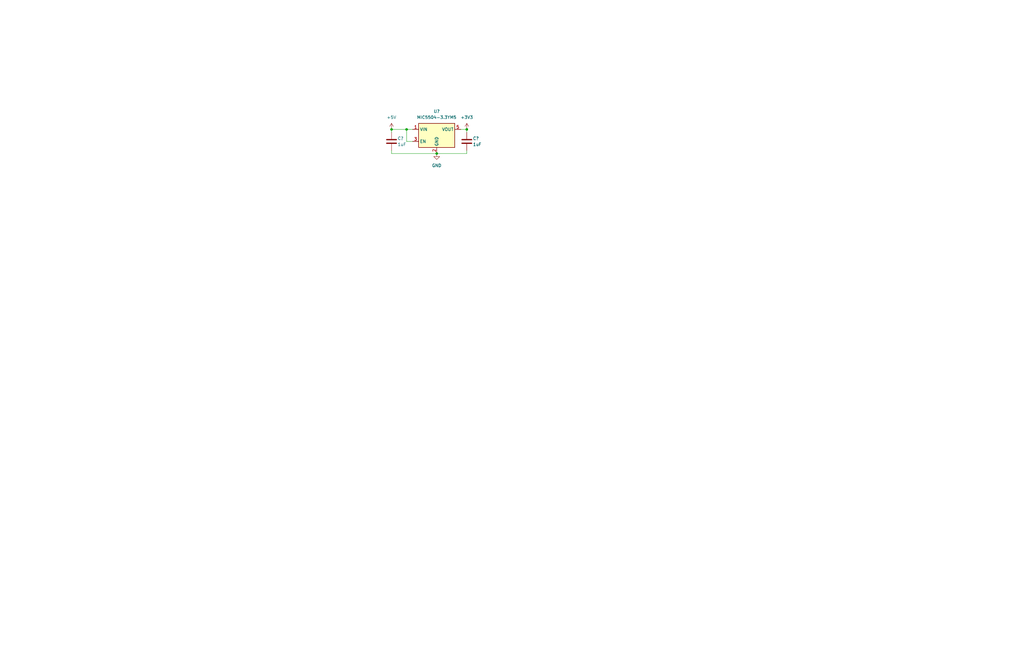
<source format=kicad_sch>
(kicad_sch (version 20250114) (generator "eeschema") (generator_version "9.0")
  (paper "B")
  (title_block (title "Linear Regulator 3.3V 300mA") (date "2025-08-23") (rev "1.0") (company "Formula Slug"))
  (lib_symbols
    (symbol "Device:C" (pin_numbers (hide yes)) (pin_names (offset 0.254))
      (property "Reference" "C" (at 0.635 2.54 0))
      (property "Value" "C" (at 0.635 -2.54 0))
      (symbol "C_0_1"
        (polyline (pts (xy -2.032 0.762) (xy 2.032 0.762)) (stroke (width 0.508)))
        (polyline (pts (xy -2.032 -0.762) (xy 2.032 -0.762)) (stroke (width 0.508)))
      )
      (symbol "C_1_1"
        (pin passive line (at 0 3.81 270) (length 2.794) (name "~") (number "1"))
        (pin passive line (at 0 -3.81 90) (length 2.794) (name "~") (number "2"))
      )
    )
    (symbol "Regulator_Linear:MIC5504-3.3YM5"
      (property "Reference" "U" (at -7.62 8.89 0))
      (property "Value" "MIC5504-3.3YM5" (at -7.62 6.35 0))
      (symbol "MIC5504-3.3YM5_0_1"
        (rectangle (start -7.62 -5.08) (end 7.62 5.08) (stroke (width 0.254)) (fill (type background)))
      )
      (symbol "MIC5504-3.3YM5_1_1"
        (pin power_in line (at -10.16 2.54 0) (length 2.54) (name "VIN") (number "1"))
        (pin input line (at -10.16 -2.54 0) (length 2.54) (name "EN") (number "3"))
        (pin power_in line (at 0 -7.62 90) (length 2.54) (name "GND") (number "2"))
        (pin no_connect line (at 7.62 -2.54 180) (length 2.54) (hide yes) (name "NC") (number "4"))
        (pin power_out line (at 10.16 2.54 180) (length 2.54) (name "VOUT") (number "5"))
      )
    )
    (symbol "power:+3V3" (power) (pin_numbers (hide yes)) (pin_names (offset 0) (hide yes))
      (property "Value" "+3V3" (at 0 3.556 0))
      (symbol "+3V3_0_1"
        (polyline (pts (xy -0.762 1.27) (xy 0 2.54)))
        (polyline (pts (xy 0 2.54) (xy 0.762 1.27)))
        (polyline (pts (xy 0 0) (xy 0 2.54)))
      )
      (symbol "+3V3_1_1"
        (pin power_in line (at 0 0 90) (length 0) (name "~") (number "1"))
      )
    )
    (symbol "power:+5V" (power) (pin_numbers (hide yes)) (pin_names (offset 0) (hide yes))
      (property "Value" "+5V" (at 0 3.556 0))
      (symbol "+5V_0_1"
        (polyline (pts (xy -0.762 1.27) (xy 0 2.54)))
        (polyline (pts (xy 0 2.54) (xy 0.762 1.27)))
        (polyline (pts (xy 0 0) (xy 0 2.54)))
      )
      (symbol "+5V_1_1"
        (pin power_in line (at 0 0 90) (length 0) (name "~") (number "1"))
      )
    )
    (symbol "power:GND" (power) (pin_numbers (hide yes)) (pin_names (offset 0) (hide yes))
      (property "Value" "GND" (at 0 -3.81 0))
      (symbol "GND_0_1"
        (polyline (pts (xy 0 0) (xy 0 -1.27) (xy 1.27 -1.27) (xy 0 -2.54) (xy -1.27 -1.27) (xy 0 -1.27)))
      )
      (symbol "GND_1_1"
        (pin power_in line (at 0 0 270) (length 0) (name "~") (number "1"))
      )
    )
  )
  (junction (at 165.1 54.61))
  (junction (at 171.45 54.61))
  (junction (at 184.15 64.77))
  (junction (at 196.85 54.61))
  (wire (pts (xy 165.1 63.5) (xy 165.1 64.77)))
  (wire (pts (xy 165.1 54.61) (xy 165.1 55.88)))
  (wire (pts (xy 196.85 55.88) (xy 196.85 54.61)))
  (wire (pts (xy 196.85 63.5) (xy 196.85 64.77)))
  (wire (pts (xy 165.1 64.77) (xy 184.15 64.77)))
  (wire (pts (xy 173.99 54.61) (xy 171.45 54.61)))
  (wire (pts (xy 171.45 59.69) (xy 171.45 54.61)))
  (wire (pts (xy 196.85 54.61) (xy 194.31 54.61)))
  (wire (pts (xy 173.99 59.69) (xy 171.45 59.69)))
  (wire (pts (xy 196.85 64.77) (xy 184.15 64.77)))
  (wire (pts (xy 165.1 54.61) (xy 171.45 54.61)))
  (symbol (lib_id "Regulator_Linear:MIC5504-3.3YM5") (at 184.15 57.15 0) (unit 1)
    (property "Reference" "U?" (at 184.15 46.99 0))
    (property "Value" "MIC5504-3.3YM5" (at 184.15 49.53 0))
    (property "Footprint" "Package_TO_SOT_SMD:SOT-23-5" (effects (hide yes)))
    (property "Datasheet" "http://ww1.microchip.com/downloads/en/DeviceDoc/MIC550X.pdf" (effects (hide yes)))
    (property "Description" "300mA Low-dropout Voltage Regulator, Vout 3.3V, Vin up to 5.5V, SOT-23" (effects (hide yes)))
  )
  (symbol (lib_id "Device:C") (at 196.85 59.69 180) (unit 1)
    (property "Reference" "C?" (at 199.39 58.42 0) (effects (justify right)))
    (property "Value" "1uF" (at 199.39 60.96 0) (effects (justify right)))
    (property "Footprint" "Capacitor_SMD:C_0805_2012Metric_Pad1.18x1.45mm_HandSolder" (effects (hide yes)))
    (property "Datasheet" "https://mm.digikey.com/Volume0/opasdata/d220001/medias/docus/609/CL21B105KBFNNNE_Spec.pdf" (effects (hide yes)))
    (property "Description" "Unpolarized capacitor" (effects (hide yes)))
    (property "Manufacturer" "Samsung Electro-Mechanics" (effects (hide yes)))
    (property "PN" "CL21B105KBFNNNE" (effects (hide yes)))
  )
  (symbol (lib_id "Device:C") (at 165.1 59.69 180) (unit 1)
    (property "Reference" "C?" (at 167.64 58.42 0) (effects (justify right)))
    (property "Value" "1uF" (at 167.64 60.96 0) (effects (justify right)))
    (property "Footprint" "Capacitor_SMD:C_0805_2012Metric_Pad1.18x1.45mm_HandSolder" (effects (hide yes)))
    (property "Datasheet" "https://mm.digikey.com/Volume0/opasdata/d220001/medias/docus/609/CL21B105KBFNNNE_Spec.pdf" (effects (hide yes)))
    (property "Description" "Unpolarized capacitor" (effects (hide yes)))
    (property "Manufacturer" "Samsung Electro-Mechanics" (effects (hide yes)))
    (property "PN" "CL21B105KBFNNNE" (effects (hide yes)))
  )
  (symbol (lib_id "power:GND") (at 184.15 64.77 0) (unit 1)
    (property "Reference" "#PWR?" (effects (hide yes)))
    (property "Value" "GND" (at 184.15 69.85 0))
    (property "Description" "Power symbol creates a global label with name \"GND\" , ground" (effects (hide yes)))
  )
  (symbol (lib_id "power:+3V3") (at 196.85 54.61 0) (unit 1)
    (property "Reference" "#PWR?" (effects (hide yes)))
    (property "Value" "+3V3" (at 196.85 49.53 0))
    (property "Description" "Power symbol creates a global label with name \"+3V3\"" (effects (hide yes)))
  )
  (symbol (lib_id "power:+5V") (at 165.1 54.61 0) (unit 1)
    (property "Reference" "#PWR?" (effects (hide yes)))
    (property "Value" "+5V" (at 165.1 49.53 0))
    (property "Description" "Power symbol creates a global label with name \"+5V\"" (effects (hide yes)))
  )
)
</source>
